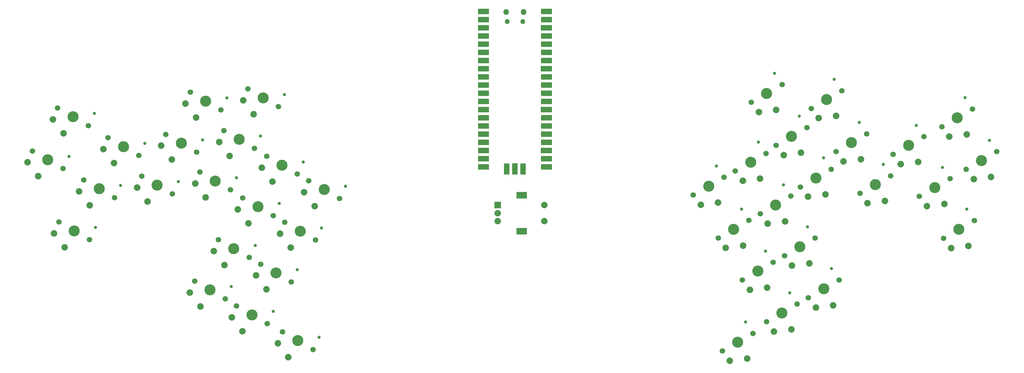
<source format=gbr>
%TF.GenerationSoftware,KiCad,Pcbnew,8.0.8*%
%TF.CreationDate,2025-03-16T10:34:52+05:30*%
%TF.ProjectId,keyboard,6b657962-6f61-4726-942e-6b696361645f,rev?*%
%TF.SameCoordinates,Original*%
%TF.FileFunction,Soldermask,Top*%
%TF.FilePolarity,Negative*%
%FSLAX46Y46*%
G04 Gerber Fmt 4.6, Leading zero omitted, Abs format (unit mm)*
G04 Created by KiCad (PCBNEW 8.0.8) date 2025-03-16 10:34:52*
%MOMM*%
%LPD*%
G01*
G04 APERTURE LIST*
%ADD10C,1.701800*%
%ADD11C,3.429000*%
%ADD12C,0.990600*%
%ADD13C,2.032000*%
%ADD14R,2.000000X2.000000*%
%ADD15C,2.000000*%
%ADD16R,3.200000X2.000000*%
%ADD17O,1.800000X1.800000*%
%ADD18O,1.500000X1.500000*%
%ADD19O,1.700000X1.700000*%
%ADD20R,3.500000X1.700000*%
%ADD21R,1.700000X1.700000*%
%ADD22R,1.700000X3.500000*%
G04 APERTURE END LIST*
D10*
%TO.C,SW22*%
X260298896Y-62974533D03*
D11*
X265062036Y-60224533D03*
D12*
X267482689Y-53977226D03*
D10*
X269825176Y-57474533D03*
D13*
X268012036Y-65334083D03*
X262631909Y-66015430D03*
%TD*%
D14*
%TO.C,SW42*%
X181500000Y-94900000D03*
D15*
X181500000Y-99900000D03*
X181500000Y-97400000D03*
D16*
X189000000Y-91800000D03*
X189000000Y-103000000D03*
D15*
X196000000Y-99900000D03*
X196000000Y-94900000D03*
%TD*%
D10*
%TO.C,SW14*%
X94855297Y-105654304D03*
D11*
X99618437Y-108404304D03*
D12*
X106239090Y-107376997D03*
D10*
X104381577Y-111154304D03*
D13*
X96668437Y-113513854D03*
X93388310Y-109195201D03*
%TD*%
D10*
%TO.C,SW18*%
X257510394Y-118144702D03*
D11*
X262273534Y-115394702D03*
D12*
X264694187Y-109147395D03*
D10*
X267036674Y-112644702D03*
D13*
X265223534Y-120504252D03*
X259843407Y-121185599D03*
%TD*%
D10*
%TO.C,SW32*%
X87455299Y-118471479D03*
D11*
X92218439Y-121221479D03*
D12*
X98839092Y-120194172D03*
D10*
X96981579Y-123971479D03*
D13*
X89268439Y-126331029D03*
X85988312Y-122012376D03*
%TD*%
D10*
%TO.C,SW15*%
X107953296Y-113216439D03*
D11*
X112716436Y-115966439D03*
D12*
X119337089Y-114939132D03*
D10*
X117479576Y-118716439D03*
D13*
X109766436Y-121075989D03*
X106486309Y-116757336D03*
%TD*%
D10*
%TO.C,SW29*%
X312472597Y-92185761D03*
D11*
X317235737Y-89435761D03*
D12*
X319656390Y-83188454D03*
D10*
X321998877Y-86685761D03*
D13*
X320185737Y-94545311D03*
X314805610Y-95226658D03*
%TD*%
D10*
%TO.C,SW27*%
X294049205Y-91275509D03*
D11*
X298812345Y-88525509D03*
D12*
X301232998Y-82278202D03*
D10*
X303575485Y-85775509D03*
D13*
X301762345Y-93635059D03*
X296382218Y-94316406D03*
%TD*%
D10*
%TO.C,SW11*%
X45286598Y-100129813D03*
D11*
X50049738Y-102879813D03*
D12*
X56670391Y-101852506D03*
D10*
X54812878Y-105629813D03*
D13*
X47099738Y-107989363D03*
X43819611Y-103670710D03*
%TD*%
D10*
%TO.C,SW20*%
X263068441Y-97615254D03*
D11*
X267831581Y-94865254D03*
D12*
X270252234Y-88617947D03*
D10*
X272594721Y-92115254D03*
D13*
X270781581Y-99974804D03*
X265401454Y-100656151D03*
%TD*%
D10*
%TO.C,SW30*%
X319972598Y-105176146D03*
D11*
X324735738Y-102426146D03*
D12*
X327156391Y-96178839D03*
D10*
X329498878Y-99676146D03*
D13*
X327685738Y-107535696D03*
X322305611Y-108217043D03*
%TD*%
D10*
%TO.C,SW12*%
X71041527Y-85900975D03*
D11*
X75804667Y-88650975D03*
D12*
X82425320Y-87623668D03*
D10*
X80567807Y-91400975D03*
D13*
X72854667Y-93760525D03*
X69574540Y-89441872D03*
%TD*%
D10*
%TO.C,SW25*%
X278868386Y-64862765D03*
D11*
X283631526Y-62112765D03*
D12*
X286052179Y-55865458D03*
D10*
X288394666Y-59362765D03*
D13*
X286581526Y-67222315D03*
X281201399Y-67903662D03*
%TD*%
D10*
%TO.C,SW21*%
X270568441Y-110605634D03*
D11*
X275331581Y-107855634D03*
D12*
X277752234Y-101608327D03*
D10*
X280094721Y-105105634D03*
D13*
X278281581Y-112965184D03*
X272901454Y-113646531D03*
%TD*%
D10*
%TO.C,SW7*%
X78541528Y-72910593D03*
D11*
X83304668Y-75660593D03*
D12*
X89925321Y-74633286D03*
D10*
X88067808Y-78410593D03*
D13*
X80354668Y-80770143D03*
X77074541Y-76451490D03*
%TD*%
D10*
%TO.C,SW24*%
X275558822Y-89249228D03*
D11*
X280321962Y-86499228D03*
D12*
X282742615Y-80251921D03*
D10*
X285085102Y-83749228D03*
D13*
X283271962Y-91608778D03*
X277891835Y-92290125D03*
%TD*%
D10*
%TO.C,SW13*%
X89081908Y-84654119D03*
D11*
X93845048Y-87404119D03*
D12*
X100465701Y-86376812D03*
D10*
X98608188Y-90154119D03*
D13*
X90895048Y-92513669D03*
X87614921Y-88195016D03*
%TD*%
D10*
%TO.C,SW9*%
X102355299Y-92663927D03*
D11*
X107118439Y-95413927D03*
D12*
X113739092Y-94386620D03*
D10*
X111881579Y-98163927D03*
D13*
X104168439Y-100523477D03*
X100888312Y-96204824D03*
%TD*%
D17*
%TO.C,U1*%
X184165000Y-34890000D03*
D18*
X184465000Y-37920000D03*
X189315000Y-37920000D03*
D17*
X189615000Y-34890000D03*
D19*
X178000000Y-34760000D03*
D20*
X177100000Y-34760000D03*
D19*
X178000000Y-37300000D03*
D20*
X177100000Y-37300000D03*
D21*
X178000000Y-39840000D03*
D20*
X177100000Y-39840000D03*
D19*
X178000000Y-42380000D03*
D20*
X177100000Y-42380000D03*
D19*
X178000000Y-44920000D03*
D20*
X177100000Y-44920000D03*
D19*
X178000000Y-47460000D03*
D20*
X177100000Y-47460000D03*
D19*
X178000000Y-50000000D03*
D20*
X177100000Y-50000000D03*
D21*
X178000000Y-52540000D03*
D20*
X177100000Y-52540000D03*
D19*
X178000000Y-55080000D03*
D20*
X177100000Y-55080000D03*
D19*
X178000000Y-57620000D03*
D20*
X177100000Y-57620000D03*
D19*
X178000000Y-60160000D03*
D20*
X177100000Y-60160000D03*
D19*
X178000000Y-62700000D03*
D20*
X177100000Y-62700000D03*
D21*
X178000000Y-65240000D03*
D20*
X177100000Y-65240000D03*
D19*
X178000000Y-67780000D03*
D20*
X177100000Y-67780000D03*
D19*
X178000000Y-70320000D03*
D20*
X177100000Y-70320000D03*
D19*
X178000000Y-72860000D03*
D20*
X177100000Y-72860000D03*
D19*
X178000000Y-75400000D03*
D20*
X177100000Y-75400000D03*
D21*
X178000000Y-77940000D03*
D20*
X177100000Y-77940000D03*
D19*
X178000000Y-80480000D03*
D20*
X177100000Y-80480000D03*
D19*
X178000000Y-83020000D03*
D20*
X177100000Y-83020000D03*
D19*
X195780000Y-83020000D03*
D20*
X196680000Y-83020000D03*
D19*
X195780000Y-80480000D03*
D20*
X196680000Y-80480000D03*
D21*
X195780000Y-77940000D03*
D20*
X196680000Y-77940000D03*
D19*
X195780000Y-75400000D03*
D20*
X196680000Y-75400000D03*
D19*
X195780000Y-72860000D03*
D20*
X196680000Y-72860000D03*
D19*
X195780000Y-70320000D03*
D20*
X196680000Y-70320000D03*
D19*
X195780000Y-67780000D03*
D20*
X196680000Y-67780000D03*
D21*
X195780000Y-65240000D03*
D20*
X196680000Y-65240000D03*
D19*
X195780000Y-62700000D03*
D20*
X196680000Y-62700000D03*
D19*
X195780000Y-60160000D03*
D20*
X196680000Y-60160000D03*
D19*
X195780000Y-57620000D03*
D20*
X196680000Y-57620000D03*
D19*
X195780000Y-55080000D03*
D20*
X196680000Y-55080000D03*
D21*
X195780000Y-52540000D03*
D20*
X196680000Y-52540000D03*
D19*
X195780000Y-50000000D03*
D20*
X196680000Y-50000000D03*
D19*
X195780000Y-47460000D03*
D20*
X196680000Y-47460000D03*
D19*
X195780000Y-44920000D03*
D20*
X196680000Y-44920000D03*
D19*
X195780000Y-42380000D03*
D20*
X196680000Y-42380000D03*
D21*
X195780000Y-39840000D03*
D20*
X196680000Y-39840000D03*
D19*
X195780000Y-37300000D03*
D20*
X196680000Y-37300000D03*
D19*
X195780000Y-34760000D03*
D20*
X196680000Y-34760000D03*
D19*
X184350000Y-82790000D03*
D22*
X184350000Y-83690000D03*
D21*
X186890000Y-82790000D03*
D22*
X186890000Y-83690000D03*
D19*
X189430000Y-82790000D03*
D22*
X189430000Y-83690000D03*
%TD*%
D10*
%TO.C,SW8*%
X96531909Y-71750341D03*
D11*
X101295049Y-74500341D03*
D12*
X107915702Y-73473034D03*
D10*
X106058189Y-77250341D03*
D13*
X98345049Y-79609891D03*
X95064922Y-75291238D03*
%TD*%
D10*
%TO.C,SW38*%
X319435513Y-70545891D03*
D11*
X324198653Y-67795891D03*
D12*
X326619306Y-61548584D03*
D10*
X328961793Y-65045891D03*
D13*
X327148653Y-72905441D03*
X321768526Y-73586788D03*
%TD*%
D10*
%TO.C,SW33*%
X278000773Y-123635085D03*
D11*
X282763913Y-120885085D03*
D12*
X285184566Y-114637778D03*
D10*
X287527053Y-118135085D03*
D13*
X285713913Y-125994635D03*
X280333786Y-126675982D03*
%TD*%
D10*
%TO.C,SW19*%
X255308516Y-84330937D03*
D11*
X260071656Y-81580937D03*
D12*
X262492309Y-75333630D03*
D10*
X264834796Y-78830937D03*
D13*
X263021656Y-86690487D03*
X257641529Y-87371834D03*
%TD*%
D10*
%TO.C,SW40*%
X114735101Y-134221480D03*
D11*
X119498241Y-136971480D03*
D12*
X126118894Y-135944173D03*
D10*
X124261381Y-139721480D03*
D13*
X116548241Y-142081030D03*
X113268114Y-137762377D03*
%TD*%
D10*
%TO.C,SW16*%
X242278135Y-91761659D03*
D11*
X247041275Y-89011659D03*
D12*
X249461928Y-82764352D03*
D10*
X251804415Y-86261659D03*
D13*
X249991275Y-94121209D03*
X244611148Y-94802556D03*
%TD*%
D10*
%TO.C,SW34*%
X44909746Y-64716963D03*
D11*
X49672886Y-67466963D03*
D12*
X56293539Y-66439656D03*
D10*
X54436026Y-70216963D03*
D13*
X46722886Y-72576513D03*
X43442759Y-68257860D03*
%TD*%
D10*
%TO.C,SW5*%
X122903300Y-87322281D03*
D11*
X127666440Y-90072281D03*
D12*
X134287093Y-89044974D03*
D10*
X132429580Y-92822281D03*
D13*
X124716440Y-95181831D03*
X121436313Y-90863178D03*
%TD*%
D10*
%TO.C,SW26*%
X286600644Y-78255427D03*
D11*
X291363784Y-75505427D03*
D12*
X293784437Y-69258120D03*
D10*
X296126924Y-72755427D03*
D13*
X294313784Y-80614977D03*
X288933657Y-81296324D03*
%TD*%
D10*
%TO.C,SW10*%
X115453296Y-100226062D03*
D11*
X120216436Y-102976062D03*
D12*
X126837089Y-101948755D03*
D10*
X124979576Y-105726062D03*
D13*
X117266436Y-108085612D03*
X113986309Y-103766959D03*
%TD*%
D10*
%TO.C,SW39*%
X326993706Y-83801997D03*
D11*
X331756846Y-81051997D03*
D12*
X334177499Y-74804690D03*
D10*
X336519986Y-78301997D03*
D13*
X334706846Y-86161547D03*
X329326719Y-86842894D03*
%TD*%
D10*
%TO.C,SW37*%
X265010395Y-131135084D03*
D11*
X269773535Y-128385084D03*
D12*
X272194188Y-122137777D03*
D10*
X274536675Y-125635084D03*
D13*
X272723535Y-133494634D03*
X267343408Y-134175981D03*
%TD*%
D10*
%TO.C,SW4*%
X109805300Y-79760148D03*
D11*
X114568440Y-82510148D03*
D12*
X121189093Y-81482841D03*
D10*
X119331580Y-85260148D03*
D13*
X111618440Y-87619698D03*
X108338313Y-83301045D03*
%TD*%
D10*
%TO.C,SW28*%
X304347327Y-79112381D03*
D11*
X309110467Y-76362381D03*
D12*
X311531120Y-70115074D03*
D10*
X313873607Y-73612381D03*
D13*
X312060467Y-81471931D03*
X306680340Y-82153278D03*
%TD*%
D10*
%TO.C,SW23*%
X267991154Y-76297917D03*
D11*
X272754294Y-73547917D03*
D12*
X275174947Y-67300610D03*
D10*
X277517434Y-70797917D03*
D13*
X275704294Y-78657467D03*
X270324167Y-79338814D03*
%TD*%
D10*
%TO.C,SW3*%
X103981909Y-58846561D03*
D11*
X108745049Y-61596561D03*
D12*
X115365702Y-60569254D03*
D10*
X113508189Y-64346561D03*
D13*
X105795049Y-66706111D03*
X102514922Y-62387458D03*
%TD*%
D10*
%TO.C,SW17*%
X250010393Y-105154323D03*
D11*
X254773533Y-102404323D03*
D12*
X257194186Y-96157016D03*
D10*
X259536673Y-99654323D03*
D13*
X257723533Y-107513873D03*
X252343406Y-108195220D03*
%TD*%
D10*
%TO.C,SW2*%
X86081529Y-59850934D03*
D11*
X90844669Y-62600934D03*
D12*
X97465322Y-61573627D03*
D10*
X95607809Y-65350934D03*
D13*
X87894669Y-67710484D03*
X84614542Y-63391831D03*
%TD*%
D10*
%TO.C,SW36*%
X100453297Y-126206823D03*
D11*
X105216437Y-128956823D03*
D12*
X111837090Y-127929516D03*
D10*
X109979577Y-131706823D03*
D13*
X102266437Y-134066373D03*
X98986310Y-129747720D03*
%TD*%
D10*
%TO.C,SW6*%
X53051146Y-87061230D03*
D11*
X57814286Y-89811230D03*
D12*
X64434939Y-88783923D03*
D10*
X62577426Y-92561230D03*
D13*
X54864286Y-94920780D03*
X51584159Y-90602127D03*
%TD*%
D10*
%TO.C,SW31*%
X251288641Y-140212044D03*
D11*
X256051781Y-137462044D03*
D12*
X258472434Y-131214737D03*
D10*
X260814921Y-134712044D03*
D13*
X259001781Y-142571594D03*
X253621654Y-143252941D03*
%TD*%
D10*
%TO.C,SW35*%
X37076179Y-78069021D03*
D11*
X41839319Y-80819021D03*
D12*
X48459972Y-79791714D03*
D10*
X46602459Y-83569021D03*
D13*
X38889319Y-85928571D03*
X35609192Y-81609918D03*
%TD*%
D10*
%TO.C,SW1*%
X60591149Y-74001568D03*
D11*
X65354289Y-76751568D03*
D12*
X71974942Y-75724261D03*
D10*
X70117429Y-79501568D03*
D13*
X62404289Y-81861118D03*
X59124162Y-77542465D03*
%TD*%
M02*

</source>
